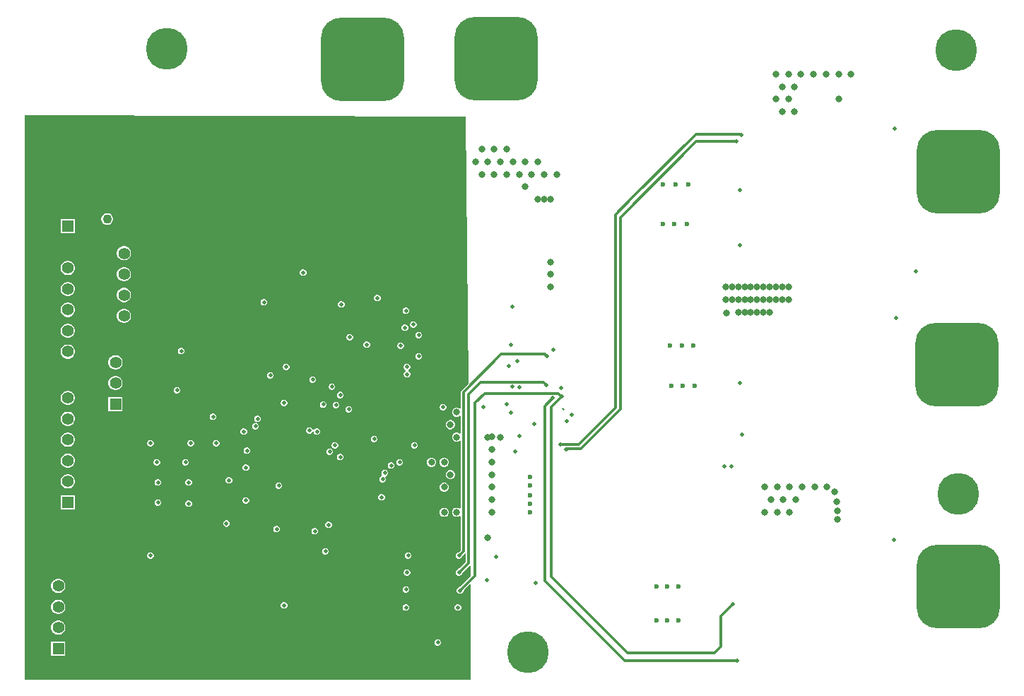
<source format=gbr>
%FSTAX23Y23*%
%MOIN*%
%SFA1B1*%

%IPPOS*%
%AMD100*
4,1,8,0.098400,0.196800,-0.098400,0.196800,-0.196800,0.098400,-0.196800,-0.098400,-0.098400,-0.196800,0.098400,-0.196800,0.196800,-0.098400,0.196800,0.098400,0.098400,0.196800,0.0*
1,1,0.196860,0.098400,0.098400*
1,1,0.196860,-0.098400,0.098400*
1,1,0.196860,-0.098400,-0.098400*
1,1,0.196860,0.098400,-0.098400*
%
%AMD101*
4,1,8,-0.196800,0.098400,-0.196800,-0.098400,-0.098400,-0.196800,0.098400,-0.196800,0.196800,-0.098400,0.196800,0.098400,0.098400,0.196800,-0.098400,0.196800,-0.196800,0.098400,0.0*
1,1,0.196860,-0.098400,0.098400*
1,1,0.196860,-0.098400,-0.098400*
1,1,0.196860,0.098400,-0.098400*
1,1,0.196860,0.098400,0.098400*
%
%ADD91R,0.055120X0.055120*%
%ADD92C,0.055120*%
%ADD93C,0.043310*%
%ADD98C,0.011810*%
%ADD99C,0.196850*%
G04~CAMADD=100~8~0.0~0.0~3937.0~3937.0~984.3~0.0~15~0.0~0.0~0.0~0.0~0~0.0~0.0~0.0~0.0~0~0.0~0.0~0.0~0.0~3937.0~3937.0*
%ADD100D100*%
G04~CAMADD=101~8~0.0~0.0~3937.0~3937.0~984.3~0.0~15~0.0~0.0~0.0~0.0~0~0.0~0.0~0.0~0.0~0~0.0~0.0~0.0~90.0~3936.0~3936.0*
%ADD101D101*%
%ADD102C,0.019680*%
%ADD103C,0.023620*%
%ADD104C,0.031500*%
%LNpcb_copper_signal_2-1*%
%LPD*%
G36*
X04918Y02802D02*
X0492Y028D01*
X04921Y028*
X04921Y028*
X04922Y02799*
X04922Y02799*
X04923Y02799*
X04923Y02799*
X04915Y02789*
X04924Y0278*
X04924Y0278*
X04924Y0278*
X04923Y02779*
X04923Y02779*
X04922Y02779*
X04921Y02778*
X0492Y02776*
X04919Y02776*
X04911Y02784*
X04911Y02785*
X04914Y02787*
X04914Y02788*
X04914Y02788*
X04914Y02789*
X04914Y02789*
X04914Y02789*
X04913Y02791*
X04911Y02793*
X04917Y02803*
X04918Y02802*
G37*
G36*
X04882Y02772D02*
X04882Y02772D01*
X04882Y02772*
X04881Y02772*
X04881Y02772*
X0488Y02771*
X04879Y0277*
X04878Y02769*
X04877Y02768*
X04868Y02777*
X04869Y02778*
X04871Y0278*
X04872Y02781*
X04872Y02781*
X04872Y02782*
X04872Y02782*
X04872Y02782*
X04882Y02772*
G37*
G36*
X0447Y0411D02*
X04484Y02851D01*
X04451Y02818*
X04448Y02814*
X04447Y0281*
Y02735*
X04442Y02733*
X04441Y02734*
X04433Y02738*
X04424*
X04416Y02734*
X0441Y02728*
X04407Y0272*
Y02712*
X0441Y02704*
X04416Y02698*
X04424Y02694*
X04433*
X04441Y02698*
X04442Y02699*
X04447Y02697*
Y02617*
X04442Y02615*
X04441Y02616*
X04433Y0262*
X04424*
X04416Y02616*
X0441Y0261*
X04407Y02602*
Y02594*
X0441Y02586*
X04416Y0258*
X04424Y02576*
X04433*
X04441Y0258*
X04442Y02581*
X04447Y02579*
Y02262*
X04442Y0226*
X04441Y02262*
X04433Y02265*
X04424*
X04416Y02262*
X0441Y02256*
X04407Y02248*
Y02239*
X0441Y02231*
X04416Y02225*
X04424Y02222*
X04433*
X04441Y02225*
X04442Y02227*
X04447Y02225*
Y02064*
X04438Y02055*
X04436*
X04431Y02053*
X04426Y02048*
X04424Y02043*
Y02036*
X04426Y02031*
X04431Y02026*
X04436Y02024*
X04443*
X04448Y02026*
X04453Y02031*
X04455Y02036*
Y02038*
X04467Y0205*
X0447Y0205*
X04472Y02049*
Y02009*
X04444Y01981*
X04444Y01981*
X04442Y01981*
X04442Y01981*
X04442*
X04441Y0198*
X04439Y01979*
X04439Y01978*
X04438Y01977*
X04437Y01977*
X04437Y01977*
X04436Y01976*
X04436Y01976*
X04435Y01976*
X04434Y01975*
X04434Y01975*
X04433Y01974*
X04433Y01974*
X04431Y01973*
X04426Y01968*
X04424Y01963*
Y01956*
X04426Y01951*
X04431Y01946*
X04436Y01944*
X04443*
X04448Y01946*
X04453Y01951*
X04454Y01953*
X04454Y01953*
X04455Y01954*
X04455Y01954*
X04456Y01955*
X04456Y01956*
X04456Y01956*
X04457Y01957*
X04457Y01957*
X04459Y01959*
X04459Y01959*
X0446Y01961*
X04461Y01962*
Y01962*
X04461Y01962*
X04461Y01964*
X04461Y01964*
X0449Y01993*
X04495Y01991*
X04495Y01942*
X04449Y01896*
X04449Y01896*
X04447Y01896*
X04447Y01896*
X04447*
X04446Y01895*
X04444Y01894*
X04444Y01893*
X04443Y01892*
X04442Y01892*
X04442Y01892*
X04441Y01891*
X04441Y01891*
X0444Y01891*
X04439Y0189*
X04439Y0189*
X04438Y01889*
X04438Y01889*
X04436Y01888*
X04431Y01883*
X04429Y01878*
Y01871*
X04431Y01866*
X04436Y01861*
X04441Y01859*
X04448*
X04453Y01861*
X04458Y01866*
X04459Y01868*
X04459Y01868*
X0446Y01869*
X0446Y01869*
X04461Y0187*
X04461Y01871*
X04461Y01871*
X04462Y01872*
X04462Y01872*
X04464Y01874*
X04464Y01874*
X04465Y01876*
X04466Y01877*
Y01877*
X04466Y01877*
X04466Y01879*
X04466Y01879*
X04491Y01904*
X04496Y01902*
X04496Y01864*
Y01455*
X0239*
Y02065*
Y04114*
X02393Y04118*
X0447Y0411*
G37*
G36*
X04938Y0273D02*
X04938Y02729D01*
X04935Y02727*
X04935Y02726*
X04935Y02726*
X04934Y02725*
X04934Y02725*
X04934Y02725*
X04925Y02734*
X04925Y02734*
X04925Y02735*
X04926Y02735*
X04926Y02735*
X04927Y02735*
X04928Y02736*
X04929Y02738*
X0493Y02738*
X04938Y0273*
G37*
G36*
X04927Y02571D02*
X04927Y02571D01*
X04927Y02571*
X04928Y02571*
X04929Y02571*
X0493Y02571*
X04932Y0257*
X04933Y0257*
Y02559*
X04932Y02559*
X04929Y02558*
X04928Y02558*
X04927Y02558*
X04927Y02558*
X04927Y02558*
X04926Y02558*
Y02571*
X04927Y02571*
G37*
G36*
X0496Y02537D02*
X04959Y02537D01*
X04956Y02537*
X04955Y02536*
X04955Y02536*
X04954Y02536*
X04954Y02536*
X04954Y02536*
X04953Y02535*
X04949Y02548*
X0496Y02549*
X0496Y02537*
G37*
G36*
X04453Y01965D02*
X04453Y01964D01*
X0445Y01962*
X0445Y01961*
X0445Y01961*
X0445Y0196*
X04449Y0196*
X04449Y0196*
X0444Y01969*
X0444Y01969*
X0444Y0197*
X04441Y0197*
X04441Y0197*
X04442Y0197*
X04443Y01971*
X04444Y01973*
X04445Y01973*
X04453Y01965*
G37*
G36*
X04458Y0188D02*
X04458Y01879D01*
X04455Y01877*
X04455Y01876*
X04455Y01876*
X04455Y01875*
X04454Y01875*
X04454Y01875*
X04445Y01884*
X04445Y01884*
X04445Y01885*
X04446Y01885*
X04446Y01885*
X04447Y01885*
X04448Y01886*
X04449Y01888*
X0445Y01888*
X04458Y0188*
G37*
G36*
X05729Y018D02*
X05729Y018D01*
X05729Y018*
X05728Y01799*
X05728Y01799*
X05727Y01799*
X05726Y01798*
X05725Y01796*
X05724Y01796*
X05716Y01804*
X05716Y01805*
X05719Y01807*
X05719Y01808*
X05719Y01808*
X0572Y01809*
X0572Y01809*
X0572Y01809*
X05729Y018*
G37*
G36*
X05742Y01538D02*
X05742Y01538D01*
X05742Y01538*
X05741Y01538*
X05741Y01538*
X0574Y01538*
X05739Y01539*
X05737Y01539*
X05736*
Y0155*
X05737Y0155*
X0574Y01551*
X05741Y01551*
X05741Y01551*
X05742Y01551*
X05742Y01551*
X05742Y01551*
Y01538*
G37*
%LNpcb_copper_signal_2-2*%
%LPC*%
G36*
X02784Y03654D02*
X02777D01*
X0277Y03652*
X02764Y03649*
X02759Y03644*
X02755Y03637*
X02753Y0363*
Y03623*
X02755Y03616*
X02759Y0361*
X02764Y03605*
X0277Y03601*
X02777Y03599*
X02784*
X02791Y03601*
X02798Y03605*
X02803Y0361*
X02806Y03616*
X02808Y03623*
Y0363*
X02806Y03637*
X02803Y03644*
X02798Y03649*
X02791Y03652*
X02784Y03654*
G37*
G36*
X02628Y03626D02*
X02561D01*
Y03559*
X02628*
Y03626*
G37*
G36*
X02864Y03499D02*
X02855D01*
X02847Y03496*
X02839Y03492*
X02833Y03486*
X02828Y03478*
X02826Y0347*
Y03461*
X02828Y03452*
X02833Y03445*
X02839Y03439*
X02847Y03434*
X02855Y03432*
X02864*
X02872Y03434*
X0288Y03439*
X02886Y03445*
X02891Y03452*
X02893Y03461*
Y0347*
X02891Y03478*
X02886Y03486*
X0288Y03492*
X02872Y03496*
X02864Y03499*
G37*
G36*
X02599Y03429D02*
X0259D01*
X02582Y03427*
X02574Y03422*
X02568Y03416*
X02563Y03409*
X02561Y034*
Y03391*
X02563Y03383*
X02568Y03375*
X02574Y03369*
X02582Y03364*
X0259Y03362*
X02599*
X02607Y03364*
X02615Y03369*
X02621Y03375*
X02626Y03383*
X02628Y03391*
Y034*
X02626Y03409*
X02621Y03416*
X02615Y03422*
X02607Y03427*
X02599Y03429*
G37*
G36*
X03708Y0339D02*
X03701D01*
X03696Y03388*
X03691Y03383*
X03689Y03378*
Y03371*
X03691Y03366*
X03696Y03361*
X03701Y03359*
X03708*
X03713Y03361*
X03718Y03366*
X0372Y03371*
Y03378*
X03718Y03383*
X03713Y03388*
X03708Y0339*
G37*
G36*
X02864Y034D02*
X02855D01*
X02847Y03398*
X02839Y03394*
X02833Y03387*
X02828Y0338*
X02826Y03371*
Y03362*
X02828Y03354*
X02833Y03346*
X02839Y0334*
X02847Y03336*
X02855Y03333*
X02864*
X02872Y03336*
X0288Y0334*
X02886Y03346*
X02891Y03354*
X02893Y03362*
Y03371*
X02891Y0338*
X02886Y03387*
X0288Y03394*
X02872Y03398*
X02864Y034*
G37*
G36*
X02599Y03331D02*
X0259D01*
X02582Y03328*
X02574Y03324*
X02568Y03318*
X02563Y0331*
X02561Y03302*
Y03293*
X02563Y03284*
X02568Y03277*
X02574Y0327*
X02582Y03266*
X0259Y03264*
X02599*
X02607Y03266*
X02615Y0327*
X02621Y03277*
X02626Y03284*
X02628Y03293*
Y03302*
X02626Y0331*
X02621Y03318*
X02615Y03324*
X02607Y03328*
X02599Y03331*
G37*
G36*
X04058Y0327D02*
X04051D01*
X04046Y03268*
X04041Y03263*
X04039Y03258*
Y03251*
X04041Y03246*
X04046Y03241*
X04051Y03239*
X04058*
X04063Y03241*
X04068Y03246*
X0407Y03251*
Y03258*
X04068Y03263*
X04063Y03268*
X04058Y0327*
G37*
G36*
X02864Y03302D02*
X02855D01*
X02847Y033*
X02839Y03295*
X02833Y03289*
X02828Y03281*
X02826Y03273*
Y03264*
X02828Y03256*
X02833Y03248*
X02839Y03242*
X02847Y03237*
X02855Y03235*
X02864*
X02872Y03237*
X0288Y03242*
X02886Y03248*
X02891Y03256*
X02893Y03264*
Y03273*
X02891Y03281*
X02886Y03289*
X0288Y03295*
X02872Y033*
X02864Y03302*
G37*
G36*
X03523Y0325D02*
X03516D01*
X03511Y03248*
X03506Y03243*
X03504Y03238*
Y03231*
X03506Y03226*
X03511Y03221*
X03516Y03219*
X03523*
X03528Y03221*
X03533Y03226*
X03535Y03231*
Y03238*
X03533Y03243*
X03528Y03248*
X03523Y0325*
G37*
G36*
X03888Y0324D02*
X03881D01*
X03876Y03238*
X03871Y03233*
X03869Y03228*
Y03221*
X03871Y03216*
X03876Y03211*
X03881Y03209*
X03888*
X03893Y03211*
X03898Y03216*
X039Y03221*
Y03228*
X03898Y03233*
X03893Y03238*
X03888Y0324*
G37*
G36*
X04193Y0321D02*
X04186D01*
X04181Y03208*
X04176Y03203*
X04174Y03198*
Y03191*
X04176Y03186*
X04181Y03181*
X04186Y03179*
X04193*
X04198Y03181*
X04203Y03186*
X04205Y03191*
Y03198*
X04203Y03203*
X04198Y03208*
X04193Y0321*
G37*
G36*
X02599Y03232D02*
X0259D01*
X02582Y0323*
X02574Y03226*
X02568Y03219*
X02563Y03212*
X02561Y03203*
Y03194*
X02563Y03186*
X02568Y03178*
X02574Y03172*
X02582Y03168*
X0259Y03165*
X02599*
X02607Y03168*
X02615Y03172*
X02621Y03178*
X02626Y03186*
X02628Y03194*
Y03203*
X02626Y03212*
X02621Y03219*
X02615Y03226*
X02607Y0323*
X02599Y03232*
G37*
G36*
X02864Y03203D02*
X02855D01*
X02847Y03201*
X02839Y03197*
X02833Y03191*
X02828Y03183*
X02826Y03174*
Y03166*
X02828Y03157*
X02833Y03149*
X02839Y03143*
X02847Y03139*
X02855Y03137*
X02864*
X02872Y03139*
X0288Y03143*
X02886Y03149*
X02891Y03157*
X02893Y03166*
Y03174*
X02891Y03183*
X02886Y03191*
X0288Y03197*
X02872Y03201*
X02864Y03203*
G37*
G36*
X04228Y03145D02*
X04221D01*
X04216Y03143*
X04211Y03138*
X04209Y03133*
Y03126*
X04211Y03121*
X04216Y03116*
X04221Y03114*
X04228*
X04233Y03116*
X04238Y03121*
X0424Y03126*
Y03133*
X04238Y03138*
X04233Y03143*
X04228Y03145*
G37*
G36*
X04188Y0313D02*
X04181D01*
X04176Y03128*
X04171Y03123*
X04169Y03118*
Y03111*
X04171Y03106*
X04176Y03101*
X04181Y03099*
X04188*
X04193Y03101*
X04198Y03106*
X042Y03111*
Y03118*
X04198Y03123*
X04193Y03128*
X04188Y0313*
G37*
G36*
X02599Y03134D02*
X0259D01*
X02582Y03131*
X02574Y03127*
X02568Y03121*
X02563Y03113*
X02561Y03105*
Y03096*
X02563Y03087*
X02568Y0308*
X02574Y03074*
X02582Y03069*
X0259Y03067*
X02599*
X02607Y03069*
X02615Y03074*
X02621Y0308*
X02626Y03087*
X02628Y03096*
Y03105*
X02626Y03113*
X02621Y03121*
X02615Y03127*
X02607Y03131*
X02599Y03134*
G37*
G36*
X04253Y03095D02*
X04246D01*
X04241Y03093*
X04236Y03088*
X04234Y03083*
Y03076*
X04236Y03071*
X04241Y03066*
X04246Y03064*
X04253*
X04258Y03066*
X04263Y03071*
X04265Y03076*
Y03083*
X04263Y03088*
X04258Y03093*
X04253Y03095*
G37*
G36*
X03928Y03085D02*
X03921D01*
X03916Y03083*
X03911Y03078*
X03909Y03073*
Y03066*
X03911Y03061*
X03916Y03056*
X03921Y03054*
X03928*
X03933Y03056*
X03938Y03061*
X0394Y03066*
Y03073*
X03938Y03078*
X03933Y03083*
X03928Y03085*
G37*
G36*
X04008Y0305D02*
X04001D01*
X03996Y03048*
X03991Y03043*
X03989Y03038*
Y03031*
X03991Y03026*
X03996Y03021*
X04001Y03019*
X04008*
X04013Y03021*
X04018Y03026*
X0402Y03031*
Y03038*
X04018Y03043*
X04013Y03048*
X04008Y0305*
G37*
G36*
X04168Y03045D02*
X04161D01*
X04156Y03043*
X04151Y03038*
X04149Y03033*
Y03026*
X04151Y03021*
X04156Y03016*
X04161Y03014*
X04168*
X04173Y03016*
X04178Y03021*
X0418Y03026*
Y03033*
X04178Y03038*
X04173Y03043*
X04168Y03045*
G37*
G36*
X03133Y0302D02*
X03126D01*
X03121Y03018*
X03116Y03013*
X03114Y03008*
Y03001*
X03116Y02996*
X03121Y02991*
X03126Y02989*
X03133*
X03138Y02991*
X03143Y02996*
X03145Y03001*
Y03008*
X03143Y03013*
X03138Y03018*
X03133Y0302*
G37*
G36*
X02599Y03035D02*
X0259D01*
X02582Y03033*
X02574Y03029*
X02568Y03022*
X02563Y03015*
X02561Y03006*
Y02997*
X02563Y02989*
X02568Y02981*
X02574Y02975*
X02582Y02971*
X0259Y02968*
X02599*
X02607Y02971*
X02615Y02975*
X02621Y02981*
X02626Y02989*
X02628Y02997*
Y03006*
X02626Y03015*
X02621Y03022*
X02615Y03029*
X02607Y03033*
X02599Y03035*
G37*
G36*
X04253Y02995D02*
X04246D01*
X04241Y02993*
X04236Y02988*
X04234Y02983*
Y02976*
X04236Y02971*
X04241Y02966*
X04246Y02964*
X04253*
X04258Y02966*
X04263Y02971*
X04265Y02976*
Y02983*
X04263Y02988*
X04258Y02993*
X04253Y02995*
G37*
G36*
X02824Y02985D02*
X02815D01*
X02807Y02983*
X02799Y02978*
X02793Y02972*
X02788Y02964*
X02786Y02956*
Y02947*
X02788Y02938*
X02793Y02931*
X02799Y02925*
X02807Y0292*
X02815Y02918*
X02824*
X02832Y0292*
X0284Y02925*
X02846Y02931*
X02851Y02938*
X02853Y02947*
Y02956*
X02851Y02964*
X02846Y02972*
X0284Y02978*
X02832Y02983*
X02824Y02985*
G37*
G36*
X03628Y02945D02*
X03621D01*
X03616Y02943*
X03611Y02938*
X03609Y02933*
Y02926*
X03611Y02921*
X03616Y02916*
X03621Y02914*
X03628*
X03633Y02916*
X03638Y02921*
X0364Y02926*
Y02933*
X03638Y02938*
X03633Y02943*
X03628Y02945*
G37*
G36*
X04198D02*
X04191D01*
X04186Y02943*
X04181Y02938*
X04179Y02933*
Y02926*
X04181Y02921*
X04186Y02916*
X04189Y02915*
Y02909*
X04186Y02908*
X04181Y02904*
X04179Y02898*
Y02892*
X04181Y02886*
X04186Y02881*
X04191Y02879*
X04198*
X04203Y02881*
X04208Y02886*
X0421Y02892*
Y02898*
X04208Y02904*
X04203Y02908*
X042Y02909*
Y02915*
X04203Y02916*
X04208Y02921*
X0421Y02926*
Y02933*
X04208Y02938*
X04203Y02943*
X04198Y02945*
G37*
G36*
X03553Y02905D02*
X03546D01*
X03541Y02903*
X03536Y02898*
X03534Y02893*
Y02886*
X03536Y02881*
X03541Y02876*
X03546Y02874*
X03553*
X03558Y02876*
X03563Y02881*
X03565Y02886*
Y02893*
X03563Y02898*
X03558Y02903*
X03553Y02905*
G37*
G36*
X03753Y02885D02*
X03746D01*
X03741Y02883*
X03736Y02878*
X03734Y02873*
Y02866*
X03736Y02861*
X03741Y02856*
X03746Y02854*
X03753*
X03758Y02856*
X03763Y02861*
X03765Y02866*
Y02873*
X03763Y02878*
X03758Y02883*
X03753Y02885*
G37*
G36*
X03843Y02851D02*
X03837D01*
X03831Y02849*
X03827Y02845*
X03824Y02839*
Y02832*
X03827Y02827*
X03831Y02822*
X03837Y0282*
X03843*
X03849Y02822*
X03853Y02827*
X03856Y02832*
Y02839*
X03853Y02845*
X03849Y02849*
X03843Y02851*
G37*
G36*
X02824Y02886D02*
X02815D01*
X02807Y02884*
X02799Y0288*
X02793Y02873*
X02788Y02866*
X02786Y02857*
Y02849*
X02788Y0284*
X02793Y02832*
X02799Y02826*
X02807Y02822*
X02815Y02819*
X02824*
X02832Y02822*
X0284Y02826*
X02846Y02832*
X02851Y0284*
X02853Y02849*
Y02857*
X02851Y02866*
X02846Y02873*
X0284Y0288*
X02832Y02884*
X02824Y02886*
G37*
G36*
X03113Y02835D02*
X03106D01*
X03101Y02833*
X03096Y02828*
X03094Y02823*
Y02816*
X03096Y02811*
X03101Y02806*
X03106Y02804*
X03113*
X03118Y02806*
X03123Y02811*
X03125Y02816*
Y02823*
X03123Y02828*
X03118Y02833*
X03113Y02835*
G37*
G36*
X03883Y02812D02*
X03876D01*
X03871Y0281*
X03866Y02805*
X03864Y02799*
Y02793*
X03866Y02787*
X03871Y02783*
X03876Y0278*
X03883*
X03888Y02783*
X03893Y02787*
X03895Y02793*
Y02799*
X03893Y02805*
X03888Y0281*
X03883Y02812*
G37*
G36*
X02599Y02817D02*
X0259D01*
X02582Y02814*
X02574Y0281*
X02568Y02804*
X02563Y02796*
X02561Y02788*
Y02779*
X02563Y0277*
X02568Y02763*
X02574Y02756*
X02582Y02752*
X0259Y0275*
X02599*
X02607Y02752*
X02615Y02756*
X02621Y02763*
X02626Y0277*
X02628Y02779*
Y02788*
X02626Y02796*
X02621Y02804*
X02615Y0281*
X02607Y02814*
X02599Y02817*
G37*
G36*
X03618Y02775D02*
X03611D01*
X03606Y02773*
X03601Y02768*
X03599Y02763*
Y02756*
X03601Y02751*
X03606Y02746*
X03611Y02744*
X03618*
X03623Y02746*
X03628Y02751*
X0363Y02756*
Y02763*
X03628Y02768*
X03623Y02773*
X03618Y02775*
G37*
G36*
X03803Y02768D02*
X03796D01*
X03791Y02765*
X03786Y02761*
X03784Y02755*
Y02749*
X03786Y02743*
X03791Y02738*
X03796Y02736*
X03803*
X03808Y02738*
X03813Y02743*
X03815Y02749*
Y02755*
X03813Y02761*
X03808Y02765*
X03803Y02768*
G37*
G36*
X03863Y02765D02*
X03856D01*
X03851Y02763*
X03846Y02758*
X03844Y02753*
Y02746*
X03846Y02741*
X03851Y02736*
X03856Y02734*
X03863*
X03868Y02736*
X03873Y02741*
X03875Y02746*
Y02753*
X03873Y02758*
X03868Y02763*
X03863Y02765*
G37*
G36*
X04368Y02755D02*
X04361D01*
X04356Y02753*
X04351Y02748*
X04349Y02743*
Y02736*
X04351Y02731*
X04356Y02726*
X04361Y02724*
X04368*
X04373Y02726*
X04378Y02731*
X0438Y02736*
Y02743*
X04378Y02748*
X04373Y02753*
X04368Y02755*
G37*
G36*
X02853Y02788D02*
X02786D01*
Y02721*
X02853*
Y02788*
G37*
G36*
X03923Y02745D02*
X03916D01*
X03911Y02743*
X03906Y02738*
X03904Y02733*
Y02726*
X03906Y02721*
X03911Y02716*
X03916Y02714*
X03923*
X03928Y02716*
X03933Y02721*
X03935Y02726*
Y02733*
X03933Y02738*
X03928Y02743*
X03923Y02745*
G37*
G36*
X03283Y0271D02*
X03276D01*
X03271Y02708*
X03266Y02703*
X03264Y02698*
Y02691*
X03266Y02686*
X03271Y02681*
X03276Y02679*
X03283*
X03288Y02681*
X03293Y02686*
X03295Y02691*
Y02698*
X03293Y02703*
X03288Y02708*
X03283Y0271*
G37*
G36*
X02599Y02718D02*
X0259D01*
X02582Y02716*
X02574Y02712*
X02568Y02705*
X02563Y02698*
X02561Y02689*
Y0268*
X02563Y02672*
X02568Y02664*
X02574Y02658*
X02582Y02654*
X0259Y02651*
X02599*
X02607Y02654*
X02615Y02658*
X02621Y02664*
X02626Y02672*
X02628Y0268*
Y02689*
X02626Y02698*
X02621Y02705*
X02615Y02712*
X02607Y02716*
X02599Y02718*
G37*
G36*
X04403Y02679D02*
X04395D01*
X04387Y02675*
X04381Y02669*
X04377Y02661*
Y02653*
X04381Y02645*
X04387Y02639*
X04395Y02635*
X04403*
X04411Y02639*
X04417Y02645*
X04421Y02653*
Y02661*
X04417Y02669*
X04411Y02675*
X04403Y02679*
G37*
G36*
X03493Y027D02*
X03486D01*
X03481Y02698*
X03476Y02693*
X03474Y02688*
Y02681*
X03476Y02676*
X03481Y02671*
X03484Y0267*
X03483Y02665*
X0348*
X03476*
X03471Y02663*
X03466Y02658*
X03464Y02653*
Y02646*
X03466Y02641*
X03471Y02636*
X03476Y02634*
X03483*
X03488Y02636*
X03493Y02641*
X03495Y02646*
Y02653*
X03493Y02658*
X03488Y02663*
X03485Y02664*
X03486Y02669*
X03489*
X03493*
X03498Y02671*
X03503Y02676*
X03505Y02681*
Y02688*
X03503Y02693*
X03498Y02698*
X03493Y027*
G37*
G36*
X03738Y02645D02*
X03731D01*
X03726Y02643*
X03721Y02638*
X03719Y02633*
Y02626*
X03721Y02621*
X03726Y02616*
X03731Y02614*
X03738*
X03743Y02616*
X03748Y02621*
X03749Y02623*
X03754Y02622*
Y02621*
X03756Y02616*
X03761Y02611*
X03766Y02609*
X03773*
X03778Y02611*
X03783Y02616*
X03785Y02621*
Y02628*
X03783Y02633*
X03778Y02638*
X03773Y0264*
X03766*
X03761Y02638*
X03756Y02633*
X03755Y02631*
X0375Y02632*
Y02633*
X03748Y02638*
X03743Y02643*
X03738Y02645*
G37*
G36*
X03428Y0264D02*
X03421D01*
X03416Y02638*
X03411Y02633*
X03409Y02628*
Y02621*
X03411Y02616*
X03416Y02611*
X03421Y02609*
X03428*
X03433Y02611*
X03438Y02616*
X0344Y02621*
Y02628*
X03438Y02633*
X03433Y02638*
X03428Y0264*
G37*
G36*
X04043Y02605D02*
X04036D01*
X04031Y02603*
X04026Y02598*
X04024Y02593*
Y02586*
X04026Y02581*
X04031Y02576*
X04036Y02574*
X04043*
X04048Y02576*
X04053Y02581*
X04055Y02586*
Y02593*
X04053Y02598*
X04048Y02603*
X04043Y02605*
G37*
G36*
X03298Y02585D02*
X03291D01*
X03286Y02583*
X03281Y02578*
X03279Y02573*
Y02566*
X03281Y02561*
X03286Y02556*
X03291Y02554*
X03298*
X03303Y02556*
X03308Y02561*
X0331Y02566*
Y02573*
X03308Y02578*
X03303Y02583*
X03298Y02585*
G37*
G36*
X03178D02*
X03171D01*
X03166Y02583*
X03161Y02578*
X03159Y02573*
Y02566*
X03161Y02561*
X03166Y02556*
X03171Y02554*
X03178*
X03183Y02556*
X03188Y02561*
X0319Y02566*
Y02573*
X03188Y02578*
X03183Y02583*
X03178Y02585*
G37*
G36*
X02988D02*
X02981D01*
X02976Y02583*
X02971Y02578*
X02969Y02573*
Y02566*
X02971Y02561*
X02976Y02556*
X02981Y02554*
X02988*
X02993Y02556*
X02998Y02561*
X03Y02566*
Y02573*
X02998Y02578*
X02993Y02583*
X02988Y02585*
G37*
G36*
X02599Y0262D02*
X0259D01*
X02582Y02618*
X02574Y02613*
X02568Y02607*
X02563Y02599*
X02561Y02591*
Y02582*
X02563Y02573*
X02568Y02566*
X02574Y0256*
X02582Y02555*
X0259Y02553*
X02599*
X02607Y02555*
X02615Y0256*
X02621Y02566*
X02626Y02573*
X02628Y02582*
Y02591*
X02626Y02599*
X02621Y02607*
X02615Y02613*
X02607Y02618*
X02599Y0262*
G37*
G36*
X04233Y02575D02*
X04226D01*
X04221Y02573*
X04216Y02568*
X04214Y02563*
Y02556*
X04216Y02551*
X04221Y02546*
X04226Y02544*
X04233*
X04238Y02546*
X04243Y02551*
X04245Y02556*
Y02563*
X04243Y02568*
X04238Y02573*
X04233Y02575*
G37*
G36*
X03858D02*
X03851D01*
X03846Y02573*
X03841Y02568*
X03839Y02563*
Y02556*
X03841Y02551*
X03846Y02546*
X03851Y02544*
X03858*
X03863Y02546*
X03868Y02551*
X0387Y02556*
Y02563*
X03868Y02568*
X03863Y02573*
X03858Y02575*
G37*
G36*
X03443Y0255D02*
X03436D01*
X03431Y02548*
X03426Y02543*
X03424Y02538*
Y02531*
X03426Y02526*
X03431Y02521*
X03436Y02519*
X03443*
X03448Y02521*
X03453Y02526*
X03455Y02531*
Y02538*
X03453Y02543*
X03448Y02548*
X03443Y0255*
G37*
G36*
X03833Y02545D02*
X03826D01*
X03821Y02543*
X03816Y02538*
X03814Y02533*
Y02526*
X03816Y02521*
X03821Y02516*
X03826Y02514*
X03833*
X03838Y02516*
X03843Y02521*
X03845Y02526*
Y02533*
X03843Y02538*
X03838Y02543*
X03833Y02545*
G37*
G36*
X03883Y0252D02*
X03876D01*
X03871Y02518*
X03866Y02513*
X03864Y02508*
Y02501*
X03866Y02496*
X03871Y02491*
X03876Y02489*
X03883*
X03888Y02491*
X03893Y02496*
X03895Y02501*
Y02508*
X03893Y02513*
X03888Y02518*
X03883Y0252*
G37*
G36*
X04163Y02495D02*
X04156D01*
X04151Y02493*
X04146Y02488*
X04144Y02483*
Y02476*
X04146Y02471*
X04151Y02466*
X04156Y02464*
X04163*
X04168Y02466*
X04173Y02471*
X04175Y02476*
Y02483*
X04173Y02488*
X04168Y02493*
X04163Y02495*
G37*
G36*
X03153D02*
X03146D01*
X03141Y02493*
X03136Y02488*
X03134Y02483*
Y02476*
X03136Y02471*
X03141Y02466*
X03146Y02464*
X03153*
X03158Y02466*
X03163Y02471*
X03165Y02476*
Y02483*
X03163Y02488*
X03158Y02493*
X03153Y02495*
G37*
G36*
X03018D02*
X03011D01*
X03006Y02493*
X03001Y02488*
X02999Y02483*
Y02476*
X03001Y02471*
X03006Y02466*
X03011Y02464*
X03018*
X03023Y02466*
X03028Y02471*
X0303Y02476*
Y02483*
X03028Y02488*
X03023Y02493*
X03018Y02495*
G37*
G36*
X04374Y02501D02*
X04365D01*
X04357Y02498*
X04351Y02492*
X04348Y02484*
Y02476*
X04351Y02468*
X04357Y02461*
X04365Y02458*
X04374*
X04382Y02461*
X04388Y02468*
X04391Y02476*
Y02484*
X04388Y02492*
X04382Y02498*
X04374Y02501*
G37*
G36*
X04315D02*
X04306D01*
X04298Y02498*
X04292Y02492*
X04289Y02484*
Y02476*
X04292Y02468*
X04298Y02461*
X04306Y02458*
X04315*
X04323Y02461*
X04329Y02468*
X04332Y02476*
Y02484*
X04329Y02492*
X04323Y02498*
X04315Y02501*
G37*
G36*
X02599Y02521D02*
X0259D01*
X02582Y02519*
X02574Y02515*
X02568Y02508*
X02563Y02501*
X02561Y02492*
Y02484*
X02563Y02475*
X02568Y02467*
X02574Y02461*
X02582Y02457*
X0259Y02454*
X02599*
X02607Y02457*
X02615Y02461*
X02621Y02467*
X02626Y02475*
X02628Y02484*
Y02492*
X02626Y02501*
X02621Y02508*
X02615Y02515*
X02607Y02519*
X02599Y02521*
G37*
G36*
X04123Y0248D02*
X04116D01*
X04111Y02478*
X04106Y02473*
X04104Y02468*
Y02461*
X04106Y02456*
X04111Y02451*
X04116Y02449*
X04123*
X04128Y02451*
X04133Y02456*
X04135Y02461*
Y02468*
X04133Y02473*
X04128Y02478*
X04123Y0248*
G37*
G36*
X03438Y0247D02*
X03431D01*
X03426Y02468*
X03421Y02463*
X03419Y02458*
Y02451*
X03421Y02446*
X03426Y02441*
X03431Y02439*
X03438*
X03443Y02441*
X03448Y02446*
X0345Y02451*
Y02458*
X03448Y02463*
X03443Y02468*
X03438Y0247*
G37*
G36*
X04403Y02442D02*
X04395D01*
X04387Y02439*
X04381Y02433*
X04377Y02425*
Y02416*
X04381Y02408*
X04387Y02402*
X04395Y02399*
X04403*
X04411Y02402*
X04417Y02408*
X04421Y02416*
Y02425*
X04417Y02433*
X04411Y02439*
X04403Y02442*
G37*
G36*
X04093Y02445D02*
X04086D01*
X04081Y02443*
X04076Y02438*
X04074Y02433*
Y02426*
X04076Y02421*
X04076Y0242*
X04076Y02419*
X04075Y02415*
X04071Y02413*
X04066Y02408*
X04064Y02403*
Y02396*
X04066Y02391*
X04071Y02386*
X04076Y02384*
X04083*
X04088Y02386*
X04093Y02391*
X04095Y02396*
Y02403*
X04093Y02408*
X04093Y02409*
X04093Y0241*
X04094Y02414*
X04098Y02416*
X04103Y02421*
X04105Y02426*
Y02433*
X04103Y02438*
X04098Y02443*
X04093Y02445*
G37*
G36*
X03358Y0241D02*
X03351D01*
X03346Y02408*
X03341Y02403*
X03339Y02398*
Y02391*
X03341Y02386*
X03346Y02381*
X03351Y02379*
X03358*
X03363Y02381*
X03368Y02386*
X0337Y02391*
Y02398*
X03368Y02403*
X03363Y02408*
X03358Y0241*
G37*
G36*
X03168Y024D02*
X03161D01*
X03156Y02398*
X03151Y02393*
X03149Y02388*
Y02381*
X03151Y02376*
X03156Y02371*
X03161Y02369*
X03168*
X03173Y02371*
X03178Y02376*
X0318Y02381*
Y02388*
X03178Y02393*
X03173Y02398*
X03168Y024*
G37*
G36*
X03023D02*
X03016D01*
X03011Y02398*
X03006Y02393*
X03004Y02388*
Y02381*
X03006Y02376*
X03011Y02371*
X03016Y02369*
X03023*
X03028Y02371*
X03033Y02376*
X03035Y02381*
Y02388*
X03033Y02393*
X03028Y02398*
X03023Y024*
G37*
G36*
X02599Y02423D02*
X0259D01*
X02582Y02421*
X02574Y02416*
X02568Y0241*
X02563Y02402*
X02561Y02394*
Y02385*
X02563Y02377*
X02568Y02369*
X02574Y02363*
X02582Y02358*
X0259Y02356*
X02599*
X02607Y02358*
X02615Y02363*
X02621Y02369*
X02626Y02377*
X02628Y02385*
Y02394*
X02626Y02402*
X02621Y0241*
X02615Y02416*
X02607Y02421*
X02599Y02423*
G37*
G36*
X03593Y02385D02*
X03586D01*
X03581Y02383*
X03576Y02378*
X03574Y02373*
Y02366*
X03576Y02361*
X03581Y02356*
X03586Y02354*
X03593*
X03598Y02356*
X03603Y02361*
X03605Y02366*
Y02373*
X03603Y02378*
X03598Y02383*
X03593Y02385*
G37*
G36*
X04374Y02383D02*
X04365D01*
X04357Y0238*
X04351Y02374*
X04348Y02366*
Y02357*
X04351Y02349*
X04357Y02343*
X04365Y0234*
X04374*
X04382Y02343*
X04388Y02349*
X04391Y02357*
Y02366*
X04388Y02374*
X04382Y0238*
X04374Y02383*
G37*
G36*
X04078Y0233D02*
X04071D01*
X04066Y02328*
X04061Y02323*
X04059Y02318*
Y02311*
X04061Y02306*
X04066Y02301*
X04071Y02299*
X04078*
X04083Y02301*
X04088Y02306*
X0409Y02311*
Y02318*
X04088Y02323*
X04083Y02328*
X04078Y0233*
G37*
G36*
X03438Y02315D02*
X03431D01*
X03426Y02313*
X03421Y02308*
X03419Y02303*
Y02296*
X03421Y02291*
X03426Y02286*
X03431Y02284*
X03438*
X03443Y02286*
X03448Y02291*
X0345Y02296*
Y02303*
X03448Y02308*
X03443Y02313*
X03438Y02315*
G37*
G36*
X03023Y02305D02*
X03016D01*
X03011Y02303*
X03006Y02298*
X03004Y02293*
Y02286*
X03006Y02281*
X03011Y02276*
X03016Y02274*
X03023*
X03028Y02276*
X03033Y02281*
X03035Y02286*
Y02293*
X03033Y02298*
X03028Y02303*
X03023Y02305*
G37*
G36*
X03168Y023D02*
X03161D01*
X03156Y02298*
X03151Y02293*
X03149Y02288*
Y02281*
X03151Y02276*
X03156Y02271*
X03161Y02269*
X03168*
X03173Y02271*
X03178Y02276*
X0318Y02281*
Y02288*
X03178Y02293*
X03173Y02298*
X03168Y023*
G37*
G36*
X02628Y02325D02*
X02561D01*
Y02258*
X02628*
Y02325*
G37*
G36*
X04374Y02265D02*
X04365D01*
X04357Y02262*
X04351Y02256*
X04348Y02248*
Y02239*
X04351Y02231*
X04357Y02225*
X04365Y02222*
X04374*
X04382Y02225*
X04388Y02231*
X04391Y02239*
Y02248*
X04388Y02256*
X04382Y02262*
X04374Y02265*
G37*
G36*
X03346Y02207D02*
X0334D01*
X03334Y02204*
X0333Y022*
X03327Y02194*
Y02188*
X0333Y02182*
X03334Y02178*
X0334Y02175*
X03346*
X03352Y02178*
X03356Y02182*
X03359Y02188*
Y02194*
X03356Y022*
X03352Y02204*
X03346Y02207*
G37*
G36*
X03828Y022D02*
X03821D01*
X03816Y02198*
X03811Y02193*
X03809Y02188*
Y02181*
X03811Y02176*
X03816Y02171*
X03821Y02169*
X03828*
X03833Y02171*
X03838Y02176*
X0384Y02181*
Y02188*
X03838Y02193*
X03833Y02198*
X03828Y022*
G37*
G36*
X03583Y0218D02*
X03576D01*
X03571Y02178*
X03566Y02173*
X03564Y02168*
Y02161*
X03566Y02156*
X03571Y02151*
X03576Y02149*
X03583*
X03588Y02151*
X03593Y02156*
X03595Y02161*
Y02168*
X03593Y02173*
X03588Y02178*
X03583Y0218*
G37*
G36*
X03763Y0217D02*
X03756D01*
X03751Y02168*
X03746Y02163*
X03744Y02158*
Y02151*
X03746Y02146*
X03751Y02141*
X03756Y02139*
X03763*
X03768Y02141*
X03773Y02146*
X03775Y02151*
Y02158*
X03773Y02163*
X03768Y02168*
X03763Y0217*
G37*
G36*
X03813Y02075D02*
X03806D01*
X03801Y02073*
X03796Y02068*
X03794Y02063*
Y02056*
X03796Y02051*
X03801Y02046*
X03806Y02044*
X03813*
X03818Y02046*
X03823Y02051*
X03825Y02056*
Y02063*
X03823Y02068*
X03818Y02073*
X03813Y02075*
G37*
G36*
X04203Y02055D02*
X04196D01*
X04191Y02053*
X04186Y02048*
X04184Y02043*
Y02036*
X04186Y02031*
X04191Y02026*
X04196Y02024*
X04203*
X04208Y02026*
X04213Y02031*
X04215Y02036*
Y02043*
X04213Y02048*
X04208Y02053*
X04203Y02055*
G37*
G36*
X02988D02*
X02981D01*
X02976Y02053*
X02971Y02048*
X02969Y02043*
Y02036*
X02971Y02031*
X02976Y02026*
X02981Y02024*
X02988*
X02993Y02026*
X02998Y02031*
X03Y02036*
Y02043*
X02998Y02048*
X02993Y02053*
X02988Y02055*
G37*
G36*
X04198Y01975D02*
X04191D01*
X04186Y01973*
X04181Y01968*
X04179Y01963*
Y01956*
X04181Y01951*
X04186Y01946*
X04191Y01944*
X04198*
X04203Y01946*
X04208Y01951*
X0421Y01956*
Y01963*
X04208Y01968*
X04203Y01973*
X04198Y01975*
G37*
G36*
X04193Y01895D02*
X04186D01*
X04181Y01893*
X04176Y01888*
X04174Y01883*
Y01876*
X04176Y01871*
X04181Y01866*
X04186Y01864*
X04193*
X04198Y01866*
X04203Y01871*
X04205Y01876*
Y01883*
X04203Y01888*
X04198Y01893*
X04193Y01895*
G37*
G36*
X02554Y0193D02*
X02545D01*
X02537Y01928*
X02529Y01923*
X02523Y01917*
X02518Y01909*
X02516Y01901*
Y01892*
X02518Y01883*
X02523Y01876*
X02529Y0187*
X02537Y01865*
X02545Y01863*
X02554*
X02562Y01865*
X0257Y0187*
X02576Y01876*
X02581Y01883*
X02583Y01892*
Y01901*
X02581Y01909*
X02576Y01917*
X0257Y01923*
X02562Y01928*
X02554Y0193*
G37*
G36*
X03618Y0182D02*
X03611D01*
X03606Y01818*
X03601Y01813*
X03599Y01808*
Y01801*
X03601Y01796*
X03606Y01791*
X03611Y01789*
X03618*
X03623Y01791*
X03628Y01796*
X0363Y01801*
Y01808*
X03628Y01813*
X03623Y01818*
X03618Y0182*
G37*
G36*
X04438Y0181D02*
X04431D01*
X04426Y01808*
X04421Y01803*
X04419Y01798*
Y01791*
X04421Y01786*
X04426Y01781*
X04431Y01779*
X04438*
X04443Y01781*
X04448Y01786*
X0445Y01791*
Y01798*
X04448Y01803*
X04443Y01808*
X04438Y0181*
G37*
G36*
X04193D02*
X04186D01*
X04181Y01808*
X04176Y01803*
X04174Y01798*
Y01791*
X04176Y01786*
X04181Y01781*
X04186Y01779*
X04193*
X04198Y01781*
X04203Y01786*
X04205Y01791*
Y01798*
X04203Y01803*
X04198Y01808*
X04193Y0181*
G37*
G36*
X02554Y01831D02*
X02545D01*
X02537Y01829*
X02529Y01825*
X02523Y01818*
X02518Y01811*
X02516Y01802*
Y01794*
X02518Y01785*
X02523Y01777*
X02529Y01771*
X02537Y01767*
X02545Y01764*
X02554*
X02562Y01767*
X0257Y01771*
X02576Y01777*
X02581Y01785*
X02583Y01794*
Y01802*
X02581Y01811*
X02576Y01818*
X0257Y01825*
X02562Y01829*
X02554Y01831*
G37*
G36*
Y01733D02*
X02545D01*
X02537Y01731*
X02529Y01726*
X02523Y0172*
X02518Y01712*
X02516Y01704*
Y01695*
X02518Y01687*
X02523Y01679*
X02529Y01673*
X02537Y01668*
X02545Y01666*
X02554*
X02562Y01668*
X0257Y01673*
X02576Y01679*
X02581Y01687*
X02583Y01695*
Y01704*
X02581Y01712*
X02576Y0172*
X0257Y01726*
X02562Y01731*
X02554Y01733*
G37*
G36*
X04343Y01645D02*
X04336D01*
X04331Y01643*
X04326Y01638*
X04324Y01633*
Y01626*
X04326Y01621*
X04331Y01616*
X04336Y01614*
X04343*
X04348Y01616*
X04353Y01621*
X04355Y01626*
Y01633*
X04353Y01638*
X04348Y01643*
X04343Y01645*
G37*
G36*
X02583Y01635D02*
X02516D01*
Y01568*
X02583*
Y01635*
G37*
%LNpcb_copper_signal_2-3*%
%LPD*%
G54D91*
X02595Y02291D03*
Y03592D03*
X0286Y03564D03*
X0282Y02755D03*
X0255Y01601D03*
G54D92*
X02595Y0239D03*
Y02488D03*
Y02586D03*
Y02685D03*
Y02783D03*
Y03494D03*
Y03396D03*
Y03297D03*
Y03199D03*
Y031D03*
Y03002D03*
X0286Y03465D03*
Y03367D03*
Y03268D03*
Y0317D03*
X0282Y02853D03*
Y02951D03*
X0255Y01896D03*
Y01798D03*
Y017D03*
G54D93*
X02781Y03627D03*
G54D98*
X05558Y03993D02*
X05746D01*
X052Y02729D02*
Y03635D01*
X05558Y03993*
X0446Y0206D02*
Y0281D01*
X0444Y0204D02*
X0446Y0206D01*
Y0281D02*
X04639Y02989D01*
X04844D02*
X04853Y0298D01*
X04639Y02989D02*
X04844D01*
X04853Y0298D02*
X04855D01*
X04837Y02857D02*
X0485Y02845D01*
X04542Y02857D02*
X04837D01*
X04485Y028D02*
X04542Y02857D01*
X0456Y02805D02*
X04907D01*
X04515Y0276D02*
X0456Y02805D01*
X04907D02*
X04922Y0279D01*
X04953Y02543D02*
X05014D01*
X052Y02729*
X05005Y02565D02*
X05178Y02738D01*
X04919Y02565D02*
X05005D01*
X04952Y02541D02*
X04953Y02543D01*
X04946Y02541D02*
X04952D01*
X04945Y0254D02*
X04946Y02541D01*
X05178Y02738D02*
Y03648D01*
X05252Y03723*
X05558Y04028*
X05746Y03993D02*
X05747Y03993D01*
X05764Y04026D02*
X0577D01*
X05772Y04025*
X05761Y04028D02*
X05764Y04026D01*
X05558Y04028D02*
X05761D01*
X04922Y0279D02*
X04925D01*
X04445Y01875D02*
X04515Y01945D01*
X0444Y0196D02*
X04485Y02005D01*
X04875Y0274D02*
X04925Y0279D01*
X04845Y02745D02*
X04882Y02782D01*
X04875Y0194D02*
X05235Y0158D01*
X04875Y0194D02*
Y0274D01*
X04845Y0192D02*
Y02745D01*
Y0192D02*
X0522Y01545D01*
X05235Y0158D02*
X05645D01*
X0522Y01545D02*
X0575D01*
X04515Y01945D02*
Y0276D01*
X04485Y02005D02*
Y028D01*
X05675Y0161D02*
Y01755D01*
X0573Y0181*
X05645Y0158D02*
X05675Y0161D01*
G54D99*
X06795Y0233D03*
X06785Y04425D03*
X04765Y01585D03*
X0306Y0443D03*
G54D100*
X03985Y0438D03*
X04615Y04385D03*
G54D101*
X06795Y0385D03*
X06787Y0294D03*
X06795Y01895D03*
G54D102*
X03165Y02385D03*
Y02285D03*
X04715Y02956D03*
X04675Y02934D03*
X0469Y02836D03*
X04725Y02835D03*
X04195Y02895D03*
Y0293D03*
X0388Y02796D03*
X0384Y02836D03*
X04945Y0254D03*
X04919Y02565D03*
X04948Y02675D03*
X0497Y02705D03*
X05725Y0246D03*
X0569D03*
X05747Y03993D03*
X0356Y03095D03*
X03625Y0293D03*
X038Y02752D03*
X0386Y0275D03*
X0392Y0273D03*
X0425Y0308D03*
X04665Y02755D03*
X04685Y02715D03*
X03355Y02395D03*
X03435Y02455D03*
X0328Y02695D03*
X0344Y02535D03*
X03294Y0257D03*
X0359Y0237D03*
X0358Y02165D03*
X03825Y02185D03*
X03435Y023D03*
X0284Y0257D03*
X029Y0223D03*
X0355Y0289D03*
X04455Y0173D03*
X0424Y03025D03*
X03885Y03225D03*
X04005Y03035D03*
X03925Y0307D03*
X0457Y01925D03*
X0434Y0163D03*
X03705Y03375D03*
X0352Y03235D03*
X03575D03*
X0313Y03005D03*
X0311Y0282D03*
X03343Y02191D03*
X0381Y0206D03*
X03615Y01805D03*
X03925Y0445D03*
X03955D03*
X03985D03*
X04015D03*
X04045D03*
Y0442D03*
X04015D03*
X03985D03*
X03955D03*
X03925D03*
Y0439D03*
X03955D03*
X03985D03*
X04015D03*
X04045D03*
Y0436D03*
X04015D03*
X03985D03*
X03955D03*
X03925D03*
Y0433D03*
X03955D03*
X03985D03*
X04015D03*
X04045D03*
Y043D03*
X04015D03*
X03985D03*
X03955D03*
X03925D03*
Y0427D03*
X03955D03*
X03985D03*
X04015D03*
X04045D03*
Y0424D03*
X04015D03*
X03985D03*
X03955D03*
X03925D03*
Y0421D03*
X03955D03*
X03985D03*
X04015D03*
X04045D03*
Y0448D03*
X04015D03*
X03985D03*
X03955D03*
X03925D03*
Y0451D03*
X03955D03*
X03985D03*
X04015D03*
X04045Y0454D03*
X04015D03*
X03985D03*
X03955D03*
X03925D03*
X04045Y0451D03*
X04075Y0454D03*
Y0451D03*
Y0448D03*
Y0445D03*
Y0442D03*
Y0439D03*
Y0436D03*
Y0433D03*
Y043D03*
Y0427D03*
Y0424D03*
Y0421D03*
X04105Y0454D03*
Y0451D03*
Y0448D03*
Y0445D03*
Y0442D03*
Y0439D03*
Y0436D03*
Y0433D03*
Y043D03*
Y0427D03*
Y0424D03*
Y0421D03*
X04135Y0451D03*
Y0448D03*
Y0445D03*
Y0442D03*
Y0439D03*
Y0436D03*
Y0433D03*
Y043D03*
Y0427D03*
Y0424D03*
X03895Y0421D03*
Y0424D03*
Y0427D03*
Y043D03*
Y0433D03*
Y0436D03*
Y0439D03*
Y0442D03*
Y0445D03*
Y0448D03*
Y0451D03*
Y0454D03*
X03865D03*
Y0451D03*
Y0448D03*
Y0445D03*
Y0442D03*
Y0439D03*
Y0436D03*
Y0433D03*
Y043D03*
Y0427D03*
Y0424D03*
Y0421D03*
X03835Y0424D03*
Y0427D03*
Y043D03*
Y0433D03*
Y0436D03*
Y0439D03*
Y0442D03*
Y0445D03*
Y0448D03*
Y0451D03*
X04465Y04515D03*
Y04485D03*
Y04455D03*
Y04425D03*
Y04395D03*
Y04365D03*
Y04335D03*
Y04305D03*
Y04275D03*
Y04245D03*
X04495Y04215D03*
Y04245D03*
Y04275D03*
Y04305D03*
Y04335D03*
Y04365D03*
Y04395D03*
Y04425D03*
Y04455D03*
Y04485D03*
Y04515D03*
Y04545D03*
X04525D03*
Y04515D03*
Y04485D03*
Y04455D03*
Y04425D03*
Y04395D03*
Y04365D03*
Y04335D03*
Y04305D03*
Y04275D03*
Y04245D03*
Y04215D03*
X04765Y04245D03*
Y04275D03*
Y04305D03*
Y04335D03*
Y04365D03*
Y04395D03*
Y04425D03*
Y04455D03*
Y04485D03*
Y04515D03*
X04735Y04215D03*
Y04245D03*
Y04275D03*
Y04305D03*
Y04335D03*
Y04365D03*
Y04395D03*
Y04425D03*
Y04455D03*
Y04485D03*
Y04515D03*
Y04545D03*
X04705Y04215D03*
Y04245D03*
Y04275D03*
Y04305D03*
Y04335D03*
Y04365D03*
Y04395D03*
Y04425D03*
Y04455D03*
Y04485D03*
Y04515D03*
Y04545D03*
X04675Y04515D03*
X04555Y04545D03*
X04585D03*
X04615D03*
X04645D03*
X04675D03*
X04645Y04515D03*
X04615D03*
X04585D03*
X04555D03*
Y04485D03*
X04585D03*
X04615D03*
X04645D03*
X04675D03*
Y04215D03*
X04645D03*
X04615D03*
X04585D03*
X04555D03*
Y04245D03*
X04585D03*
X04615D03*
X04645D03*
X04675D03*
Y04275D03*
X04645D03*
X04615D03*
X04585D03*
X04555D03*
Y04305D03*
X04585D03*
X04615D03*
X04645D03*
X04675D03*
Y04335D03*
X04645D03*
X04615D03*
X04585D03*
X04555D03*
Y04365D03*
X04585D03*
X04615D03*
X04645D03*
X04675D03*
Y04395D03*
X04645D03*
X04615D03*
X04585D03*
X04555D03*
Y04425D03*
X04585D03*
X04615D03*
X04645D03*
X04675D03*
Y04455D03*
X04645D03*
X04615D03*
X04585D03*
X04555D03*
X06725Y0379D03*
Y0382D03*
Y0385D03*
Y0388D03*
Y0391D03*
X06755D03*
Y0388D03*
Y0385D03*
Y0382D03*
Y0379D03*
X06785D03*
Y0382D03*
Y0385D03*
Y0388D03*
Y0391D03*
X06815D03*
Y0388D03*
Y0385D03*
Y0382D03*
Y0379D03*
X06845D03*
Y0382D03*
Y0385D03*
Y0388D03*
Y0391D03*
X06875D03*
Y0388D03*
Y0385D03*
Y0382D03*
Y0379D03*
X06905D03*
Y0382D03*
Y0385D03*
Y0388D03*
Y0391D03*
X06935D03*
Y0388D03*
Y0385D03*
Y0382D03*
Y0379D03*
X06965D03*
Y0382D03*
Y0385D03*
Y0388D03*
Y0391D03*
X06695D03*
Y0388D03*
Y0385D03*
Y0382D03*
Y0379D03*
X06665D03*
Y0382D03*
Y0385D03*
Y0388D03*
X06635Y0391D03*
Y0388D03*
Y0385D03*
Y0382D03*
Y0379D03*
X06665Y0391D03*
X06635Y0394D03*
X06665D03*
X06695D03*
X06725D03*
X06755D03*
X06785D03*
X06815D03*
X06845D03*
X06875D03*
X06905D03*
X06935D03*
X06965D03*
X06635Y0397D03*
X06665D03*
X06695D03*
X06725D03*
X06755D03*
X06785D03*
X06815D03*
X06845D03*
X06875D03*
X06905D03*
X06935D03*
X06965D03*
X06665Y04D03*
X06695D03*
X06725D03*
X06755D03*
X06785D03*
X06815D03*
X06845D03*
X06875D03*
X06905D03*
X06935D03*
X06965Y0376D03*
X06935D03*
X06905D03*
X06875D03*
X06845D03*
X06815D03*
X06785D03*
X06755D03*
X06725D03*
X06695D03*
X06665D03*
X06635D03*
Y0373D03*
X06665D03*
X06695D03*
X06725D03*
X06755D03*
X06785D03*
X06815D03*
X06845D03*
X06875D03*
X06905D03*
X06935D03*
X06965D03*
X06935Y037D03*
X06905D03*
X06875D03*
X06845D03*
X06815D03*
X06785D03*
X06755D03*
X06725D03*
X06695D03*
X06665D03*
X06657Y0279D03*
X06687D03*
X06717D03*
X06747D03*
X06777D03*
X06807D03*
X06837D03*
X06867D03*
X06897D03*
X06927D03*
X06957Y0282D03*
X06927D03*
X06897D03*
X06867D03*
X06837D03*
X06807D03*
X06777D03*
X06747D03*
X06717D03*
X06687D03*
X06657D03*
X06627D03*
Y0285D03*
X06657D03*
X06687D03*
X06717D03*
X06747D03*
X06777D03*
X06807D03*
X06837D03*
X06867D03*
X06897D03*
X06927D03*
X06957D03*
X06927Y0309D03*
X06897D03*
X06867D03*
X06837D03*
X06807D03*
X06777D03*
X06747D03*
X06717D03*
X06687D03*
X06657D03*
X06957Y0306D03*
X06927D03*
X06897D03*
X06867D03*
X06837D03*
X06807D03*
X06777D03*
X06747D03*
X06717D03*
X06687D03*
X06657D03*
X06627D03*
X06957Y0303D03*
X06927D03*
X06897D03*
X06867D03*
X06837D03*
X06807D03*
X06777D03*
X06747D03*
X06717D03*
X06687D03*
X06657D03*
X06627D03*
X06657Y03D03*
X06627Y0288D03*
Y0291D03*
Y0294D03*
Y0297D03*
Y03D03*
X06657Y0297D03*
Y0294D03*
Y0291D03*
Y0288D03*
X06687D03*
Y0291D03*
Y0294D03*
Y0297D03*
Y03D03*
X06957D03*
Y0297D03*
Y0294D03*
Y0291D03*
Y0288D03*
X06927D03*
Y0291D03*
Y0294D03*
Y0297D03*
Y03D03*
X06897D03*
Y0297D03*
Y0294D03*
Y0291D03*
Y0288D03*
X06867D03*
Y0291D03*
Y0294D03*
Y0297D03*
Y03D03*
X06837D03*
Y0297D03*
Y0294D03*
Y0291D03*
Y0288D03*
X06807D03*
Y0291D03*
Y0294D03*
Y0297D03*
Y03D03*
X06777D03*
Y0297D03*
Y0294D03*
Y0291D03*
Y0288D03*
X06747D03*
Y0291D03*
Y0294D03*
Y0297D03*
Y03D03*
X06717D03*
Y0297D03*
Y0294D03*
Y0291D03*
Y0288D03*
X06725Y01835D03*
Y01865D03*
Y01895D03*
Y01925D03*
Y01955D03*
X06755D03*
Y01925D03*
Y01895D03*
Y01865D03*
Y01835D03*
X06785D03*
Y01865D03*
Y01895D03*
Y01925D03*
Y01955D03*
X06815D03*
Y01925D03*
Y01895D03*
Y01865D03*
Y01835D03*
X06845D03*
Y01865D03*
Y01895D03*
Y01925D03*
Y01955D03*
X06875D03*
Y01925D03*
Y01895D03*
Y01865D03*
Y01835D03*
X06905D03*
Y01865D03*
Y01895D03*
Y01925D03*
Y01955D03*
X06935D03*
Y01925D03*
Y01895D03*
Y01865D03*
Y01835D03*
X06965D03*
Y01865D03*
Y01895D03*
Y01925D03*
Y01955D03*
X06695D03*
Y01925D03*
Y01895D03*
Y01865D03*
Y01835D03*
X06665D03*
Y01865D03*
Y01895D03*
Y01925D03*
X06635Y01955D03*
Y01925D03*
Y01895D03*
Y01865D03*
Y01835D03*
X06665Y01955D03*
X06635Y01985D03*
X06665D03*
X06695D03*
X06725D03*
X06755D03*
X06785D03*
X06815D03*
X06845D03*
X06875D03*
X06905D03*
X06935D03*
X06965D03*
X06635Y02015D03*
X06665D03*
X06695D03*
X06725D03*
X06755D03*
X06785D03*
X06815D03*
X06845D03*
X06875D03*
X06905D03*
X06935D03*
X06965D03*
X06665Y02045D03*
X06695D03*
X06725D03*
X06755D03*
X06785D03*
X06815D03*
X06845D03*
X06875D03*
X06905D03*
X06935D03*
X06965Y01805D03*
X06935D03*
X06905D03*
X06875D03*
X06845D03*
X06815D03*
X06785D03*
X06755D03*
X06725D03*
X06695D03*
X06665D03*
X06635D03*
Y01775D03*
X06665D03*
X06695D03*
X06725D03*
X06755D03*
X06785D03*
X06815D03*
X06845D03*
X06875D03*
X06905D03*
X06935D03*
X06965D03*
X06935Y01745D03*
X06905D03*
X06875D03*
X06845D03*
X06815D03*
X06785D03*
X06755D03*
X06725D03*
X06695D03*
X06665D03*
X04275Y0272D03*
X04075Y02315D03*
X04885Y0301D03*
X0425Y0298D03*
X04615Y02035D03*
X048Y0191D03*
X04435Y01795D03*
X04445Y01875D03*
X0419Y0188D03*
X042Y0204D03*
X04195Y0196D03*
X0444Y0204D03*
Y0196D03*
X0469Y03215D03*
X04685Y03035D03*
X0416Y0248D03*
X0412Y02465D03*
X0409Y0243D03*
X0408Y024D03*
X0383Y0253D03*
X0348Y0265D03*
X0349Y02685D03*
X03855Y0256D03*
X03735Y0263D03*
X0377Y02625D03*
X0388Y02505D03*
X0357Y0276D03*
X03615D03*
X03425Y02625D03*
X0376Y02155D03*
X04925Y0279D03*
X0485Y02845D03*
X0492Y0283D03*
X04882Y02782D03*
X04855Y0298D03*
X05772Y04025D03*
X04795Y0266D03*
X04725Y02605D03*
X04555Y0274D03*
X06595Y0338D03*
X065Y0316D03*
X06495Y04055D03*
X05765Y03765D03*
Y03505D03*
Y02855D03*
X05775Y0261D03*
X0573Y0181D03*
X0575Y01545D03*
X0649Y02115D03*
X04705Y0253D03*
X02985Y0204D03*
X02935D03*
X03015Y0248D03*
X0302Y02385D03*
Y0229D03*
X02985Y0257D03*
X04025Y0267D03*
X0352Y02205D03*
X03175Y0257D03*
X03485Y0229D03*
X0315Y0248D03*
X0419Y01795D03*
X03825Y023D03*
X0404Y0259D03*
X04055Y03255D03*
X0419Y03195D03*
X04225Y0313D03*
X04185Y03115D03*
X0423Y0256D03*
X04365Y0274D03*
X0375Y0287D03*
X04165Y0303D03*
G54D103*
X054Y0379D03*
X04775Y02245D03*
Y02285D03*
Y02325D03*
Y0237D03*
Y0241D03*
X0542Y01895D03*
X05475D03*
X0546Y0379D03*
X0552D03*
X05515Y03605D03*
X05455D03*
X054D03*
X05545Y0303D03*
X0549D03*
X05435D03*
X0555Y0284D03*
X05495D03*
X0544D03*
X0537Y01735D03*
X0542D03*
X05475D03*
X0537Y01895D03*
G54D104*
X05994Y03307D03*
X05964Y03248D03*
X05935Y03307D03*
X05905Y03248D03*
X05875Y03307D03*
X05846Y03248D03*
X05875Y03188D03*
X05816Y03307D03*
X05787Y03248D03*
X05816Y03188D03*
X05757Y03307D03*
X05728Y03248D03*
X05757Y03188D03*
X05698Y03307D03*
X04901Y03838D03*
X04842D03*
Y0372D03*
X04872Y03425D03*
Y03307D03*
X04812Y03897D03*
X04783Y03838D03*
X04753Y03897D03*
X04724Y03838D03*
X04753Y03779D03*
X04665Y03956D03*
X04694Y03897D03*
X04665Y03838D03*
X04606Y03956D03*
X04635Y03897D03*
X04606Y03838D03*
X04547Y03956D03*
X04576Y03897D03*
X04547Y03838D03*
X04576Y02125D03*
X04517Y03897D03*
X04635Y02598D03*
X04576D03*
X05964Y03248D03*
X05935Y03307D03*
X05875D03*
X05846Y03248D03*
X05816Y03307D03*
X05787Y03248D03*
X05816Y03188D03*
X05757Y03307D03*
X05728Y03248D03*
X05757Y03188D03*
X05698Y03307D03*
X04842Y0372D03*
X04872Y03425D03*
X04753Y03779D03*
X04665Y03956D03*
Y03838D03*
X04606Y03956D03*
Y03838D03*
X04547Y03956D03*
X04576Y03897D03*
X04547Y03838D03*
X05964Y03307D03*
X05994Y03248D03*
X05905Y03307D03*
X05935Y03248D03*
X05905Y03188D03*
X05846Y03307D03*
X05875Y03248D03*
X05846Y03188D03*
X05787Y03307D03*
X05816Y03248D03*
X05787Y03188D03*
X05728Y03307D03*
X05757Y03248D03*
X05698D03*
X04872Y0372D03*
Y03366D03*
X04812Y0372D03*
X04429Y02716D03*
Y02598D03*
Y02244D03*
X04399Y02657D03*
X0437Y0248D03*
X04399Y02421D03*
X0437Y02362D03*
Y02244D03*
X04311Y0248D03*
X0621Y0234D03*
X06176Y02362D03*
X04595Y026D03*
Y0254D03*
Y0248D03*
Y0242D03*
Y02365D03*
Y02305D03*
Y02245D03*
X057Y03185D03*
X06289Y04311D03*
X0623D03*
Y04192D03*
X06171Y04311D03*
X06112D03*
X06053D03*
X06023Y04251D03*
Y04133D03*
X05994Y04311D03*
X05964Y04251D03*
X05994Y04192D03*
X05964Y04133D03*
X05935Y04311D03*
Y04192D03*
X06225Y0221D03*
Y0225D03*
X0622Y02295D03*
X06117Y02362D03*
X06058D03*
X06028Y02303D03*
X05999Y02362D03*
X05969Y02303D03*
X05999Y02244D03*
X0594Y02362D03*
X0591Y02303D03*
X0594Y02244D03*
X0588Y02362D03*
Y02244D03*
M02*
</source>
